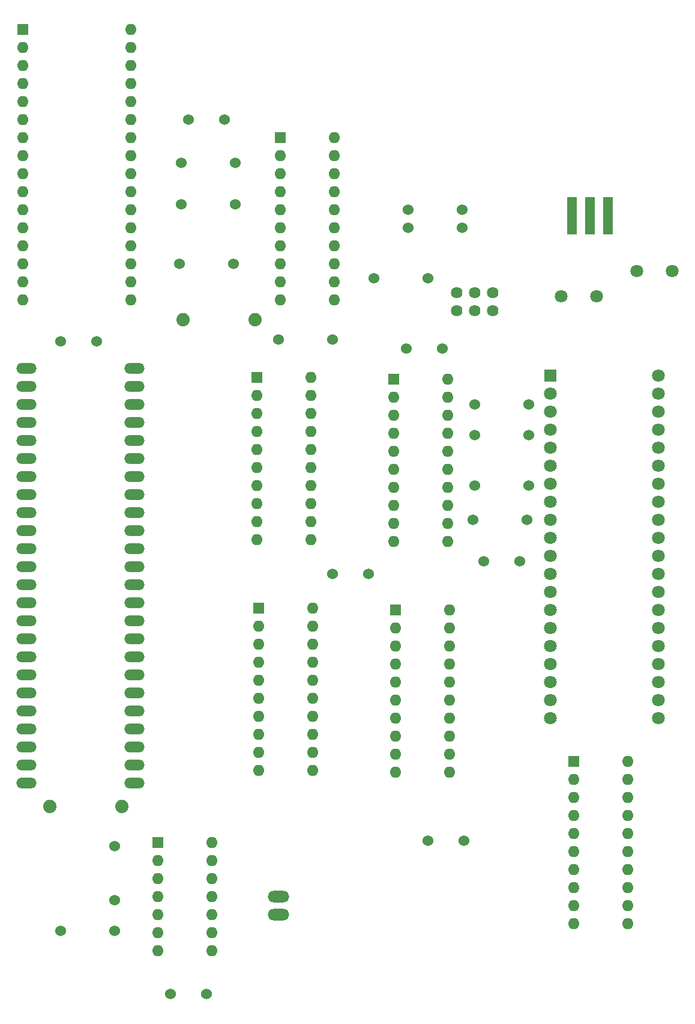
<source format=gbr>
G04 #@! TF.GenerationSoftware,KiCad,Pcbnew,(5.1.5)-3*
G04 #@! TF.CreationDate,2022-07-07T22:07:32-04:00*
G04 #@! TF.ProjectId,FAL6567i,46414c36-3536-4376-992e-6b696361645f,rev?*
G04 #@! TF.SameCoordinates,Original*
G04 #@! TF.FileFunction,Soldermask,Top*
G04 #@! TF.FilePolarity,Negative*
%FSLAX46Y46*%
G04 Gerber Fmt 4.6, Leading zero omitted, Abs format (unit mm)*
G04 Created by KiCad (PCBNEW (5.1.5)-3) date 2022-07-07 22:07:32*
%MOMM*%
%LPD*%
G04 APERTURE LIST*
%ADD10R,1.473200X5.283200*%
%ADD11O,1.600000X1.600000*%
%ADD12R,1.600000X1.600000*%
%ADD13C,1.800000*%
%ADD14O,2.844800X1.524000*%
%ADD15C,1.803400*%
%ADD16R,1.803400X1.803400*%
%ADD17C,1.524000*%
%ADD18C,1.625600*%
%ADD19O,3.048000X1.625600*%
%ADD20C,1.879600*%
G04 APERTURE END LIST*
D10*
X143510000Y-65849500D03*
X140970000Y-65849500D03*
X138430000Y-65849500D03*
D11*
X101854000Y-121158000D03*
X94234000Y-144018000D03*
X101854000Y-123698000D03*
X94234000Y-141478000D03*
X101854000Y-126238000D03*
X94234000Y-138938000D03*
X101854000Y-128778000D03*
X94234000Y-136398000D03*
X101854000Y-131318000D03*
X94234000Y-133858000D03*
X101854000Y-133858000D03*
X94234000Y-131318000D03*
X101854000Y-136398000D03*
X94234000Y-128778000D03*
X101854000Y-138938000D03*
X94234000Y-126238000D03*
X101854000Y-141478000D03*
X94234000Y-123698000D03*
X101854000Y-144018000D03*
D12*
X94234000Y-121158000D03*
D11*
X120904000Y-88900000D03*
X113284000Y-111760000D03*
X120904000Y-91440000D03*
X113284000Y-109220000D03*
X120904000Y-93980000D03*
X113284000Y-106680000D03*
X120904000Y-96520000D03*
X113284000Y-104140000D03*
X120904000Y-99060000D03*
X113284000Y-101600000D03*
X120904000Y-101600000D03*
X113284000Y-99060000D03*
X120904000Y-104140000D03*
X113284000Y-96520000D03*
X120904000Y-106680000D03*
X113284000Y-93980000D03*
X120904000Y-109220000D03*
X113284000Y-91440000D03*
X120904000Y-111760000D03*
D12*
X113284000Y-88900000D03*
D11*
X101600000Y-88646000D03*
X93980000Y-111506000D03*
X101600000Y-91186000D03*
X93980000Y-108966000D03*
X101600000Y-93726000D03*
X93980000Y-106426000D03*
X101600000Y-96266000D03*
X93980000Y-103886000D03*
X101600000Y-98806000D03*
X93980000Y-101346000D03*
X101600000Y-101346000D03*
X93980000Y-98806000D03*
X101600000Y-103886000D03*
X93980000Y-96266000D03*
X101600000Y-106426000D03*
X93980000Y-93726000D03*
X101600000Y-108966000D03*
X93980000Y-91186000D03*
X101600000Y-111506000D03*
D12*
X93980000Y-88646000D03*
D11*
X121158000Y-121412000D03*
X113538000Y-144272000D03*
X121158000Y-123952000D03*
X113538000Y-141732000D03*
X121158000Y-126492000D03*
X113538000Y-139192000D03*
X121158000Y-129032000D03*
X113538000Y-136652000D03*
X121158000Y-131572000D03*
X113538000Y-134112000D03*
X121158000Y-134112000D03*
X113538000Y-131572000D03*
X121158000Y-136652000D03*
X113538000Y-129032000D03*
X121158000Y-139192000D03*
X113538000Y-126492000D03*
X121158000Y-141732000D03*
X113538000Y-123952000D03*
X121158000Y-144272000D03*
D12*
X113538000Y-121412000D03*
D13*
X152574000Y-73660000D03*
X147574000Y-73660000D03*
X141906000Y-77216000D03*
X136906000Y-77216000D03*
D11*
X146304000Y-142748000D03*
X138684000Y-165608000D03*
X146304000Y-145288000D03*
X138684000Y-163068000D03*
X146304000Y-147828000D03*
X138684000Y-160528000D03*
X146304000Y-150368000D03*
X138684000Y-157988000D03*
X146304000Y-152908000D03*
X138684000Y-155448000D03*
X146304000Y-155448000D03*
X138684000Y-152908000D03*
X146304000Y-157988000D03*
X138684000Y-150368000D03*
X146304000Y-160528000D03*
X138684000Y-147828000D03*
X146304000Y-163068000D03*
X138684000Y-145288000D03*
X146304000Y-165608000D03*
D12*
X138684000Y-142748000D03*
D14*
X76708000Y-87376000D03*
X76708000Y-89916000D03*
X76708000Y-92456000D03*
X76708000Y-94996000D03*
X76708000Y-97536000D03*
X76708000Y-100076000D03*
X76708000Y-102616000D03*
X76708000Y-105156000D03*
X76708000Y-107696000D03*
X76708000Y-110236000D03*
X76708000Y-112776000D03*
X76708000Y-115316000D03*
X76708000Y-117856000D03*
X76708000Y-120396000D03*
X76708000Y-122936000D03*
X76708000Y-125476000D03*
X76708000Y-128016000D03*
X76708000Y-130556000D03*
X76708000Y-133096000D03*
X76708000Y-135636000D03*
X76708000Y-138176000D03*
X76708000Y-140716000D03*
X76708000Y-143256000D03*
X76708000Y-145796000D03*
X61468000Y-145796000D03*
X61468000Y-143256000D03*
X61468000Y-140716000D03*
X61468000Y-138176000D03*
X61468000Y-135636000D03*
X61468000Y-133096000D03*
X61468000Y-130556000D03*
X61468000Y-128016000D03*
X61468000Y-125476000D03*
X61468000Y-122936000D03*
X61468000Y-120396000D03*
X61468000Y-117856000D03*
X61468000Y-115316000D03*
X61468000Y-112776000D03*
X61468000Y-110236000D03*
X61468000Y-107696000D03*
X61468000Y-105156000D03*
X61468000Y-102616000D03*
X61468000Y-100076000D03*
X61468000Y-97536000D03*
X61468000Y-94996000D03*
X61468000Y-92456000D03*
X61468000Y-89916000D03*
X61468000Y-87376000D03*
D15*
X135382000Y-136652000D03*
X135382000Y-134112000D03*
X135382000Y-131572000D03*
X135382000Y-129032000D03*
X135382000Y-126492000D03*
X135382000Y-123952000D03*
X135382000Y-121412000D03*
X135382000Y-118872000D03*
X135382000Y-116332000D03*
X135382000Y-113792000D03*
X135382000Y-108712000D03*
X135382000Y-106172000D03*
X135382000Y-103632000D03*
X135382000Y-101092000D03*
X135382000Y-98552000D03*
X135382000Y-96012000D03*
X135382000Y-93472000D03*
X135382000Y-90932000D03*
D16*
X135382000Y-88392000D03*
D15*
X135382000Y-111252000D03*
X150622000Y-88392000D03*
X150622000Y-90932000D03*
X150622000Y-93472000D03*
X150622000Y-136652000D03*
X150622000Y-134112000D03*
X150622000Y-131572000D03*
X150622000Y-96012000D03*
X150622000Y-98552000D03*
X150622000Y-129032000D03*
X150622000Y-126492000D03*
X150622000Y-123952000D03*
X150622000Y-101092000D03*
X150622000Y-121412000D03*
X150622000Y-103632000D03*
X150622000Y-118872000D03*
X150622000Y-106172000D03*
X150622000Y-108712000D03*
X150622000Y-116332000D03*
X150622000Y-113792000D03*
X150622000Y-111252000D03*
D11*
X87630000Y-154178000D03*
X80010000Y-169418000D03*
X87630000Y-156718000D03*
X80010000Y-166878000D03*
X87630000Y-159258000D03*
X80010000Y-164338000D03*
X87630000Y-161798000D03*
X80010000Y-161798000D03*
X87630000Y-164338000D03*
X80010000Y-159258000D03*
X87630000Y-166878000D03*
X80010000Y-156718000D03*
X87630000Y-169418000D03*
D12*
X80010000Y-154178000D03*
D11*
X76200000Y-39624000D03*
X60960000Y-77724000D03*
X76200000Y-42164000D03*
X60960000Y-75184000D03*
X76200000Y-44704000D03*
X60960000Y-72644000D03*
X76200000Y-47244000D03*
X60960000Y-70104000D03*
X76200000Y-49784000D03*
X60960000Y-67564000D03*
X76200000Y-52324000D03*
X60960000Y-65024000D03*
X76200000Y-54864000D03*
X60960000Y-62484000D03*
X76200000Y-57404000D03*
X60960000Y-59944000D03*
X76200000Y-59944000D03*
X60960000Y-57404000D03*
X76200000Y-62484000D03*
X60960000Y-54864000D03*
X76200000Y-65024000D03*
X60960000Y-52324000D03*
X76200000Y-67564000D03*
X60960000Y-49784000D03*
X76200000Y-70104000D03*
X60960000Y-47244000D03*
X76200000Y-72644000D03*
X60960000Y-44704000D03*
X76200000Y-75184000D03*
X60960000Y-42164000D03*
X76200000Y-77724000D03*
D12*
X60960000Y-39624000D03*
D17*
X132080000Y-108712000D03*
X124460000Y-108712000D03*
X73914000Y-154686000D03*
X73914000Y-162306000D03*
X132334000Y-103886000D03*
X124714000Y-103886000D03*
X124714000Y-96774000D03*
X132334000Y-96774000D03*
X132334000Y-92456000D03*
X124714000Y-92456000D03*
X118110000Y-74676000D03*
X110490000Y-74676000D03*
X90678000Y-72644000D03*
X83058000Y-72644000D03*
X90932000Y-64262000D03*
X83312000Y-64262000D03*
X90932000Y-58420000D03*
X83312000Y-58420000D03*
X104648000Y-83312000D03*
X97028000Y-83312000D03*
X73914000Y-166624000D03*
X66294000Y-166624000D03*
X122936000Y-67564000D03*
X115316000Y-67564000D03*
X122936000Y-65024000D03*
X115316000Y-65024000D03*
D18*
X127254000Y-76708000D03*
X127254000Y-79248000D03*
X124714000Y-76708000D03*
X124714000Y-79248000D03*
X122174000Y-76708000D03*
X122174000Y-79248000D03*
D19*
X97028000Y-161798000D03*
X97028000Y-164338000D03*
D11*
X104902000Y-54864000D03*
X97282000Y-77724000D03*
X104902000Y-57404000D03*
X97282000Y-75184000D03*
X104902000Y-59944000D03*
X97282000Y-72644000D03*
X104902000Y-62484000D03*
X97282000Y-70104000D03*
X104902000Y-65024000D03*
X97282000Y-67564000D03*
X104902000Y-67564000D03*
X97282000Y-65024000D03*
X104902000Y-70104000D03*
X97282000Y-62484000D03*
X104902000Y-72644000D03*
X97282000Y-59944000D03*
X104902000Y-75184000D03*
X97282000Y-57404000D03*
X104902000Y-77724000D03*
D12*
X97282000Y-54864000D03*
D20*
X64770000Y-149098000D03*
X74930000Y-149098000D03*
X93726000Y-80518000D03*
X83566000Y-80518000D03*
D17*
X120142000Y-84582000D03*
X115062000Y-84582000D03*
X71374000Y-83566000D03*
X66294000Y-83566000D03*
X86868000Y-175514000D03*
X81788000Y-175514000D03*
X131064000Y-114554000D03*
X125984000Y-114554000D03*
X123190000Y-153924000D03*
X118110000Y-153924000D03*
X104648000Y-116332000D03*
X109728000Y-116332000D03*
X89408000Y-52324000D03*
X84328000Y-52324000D03*
M02*

</source>
